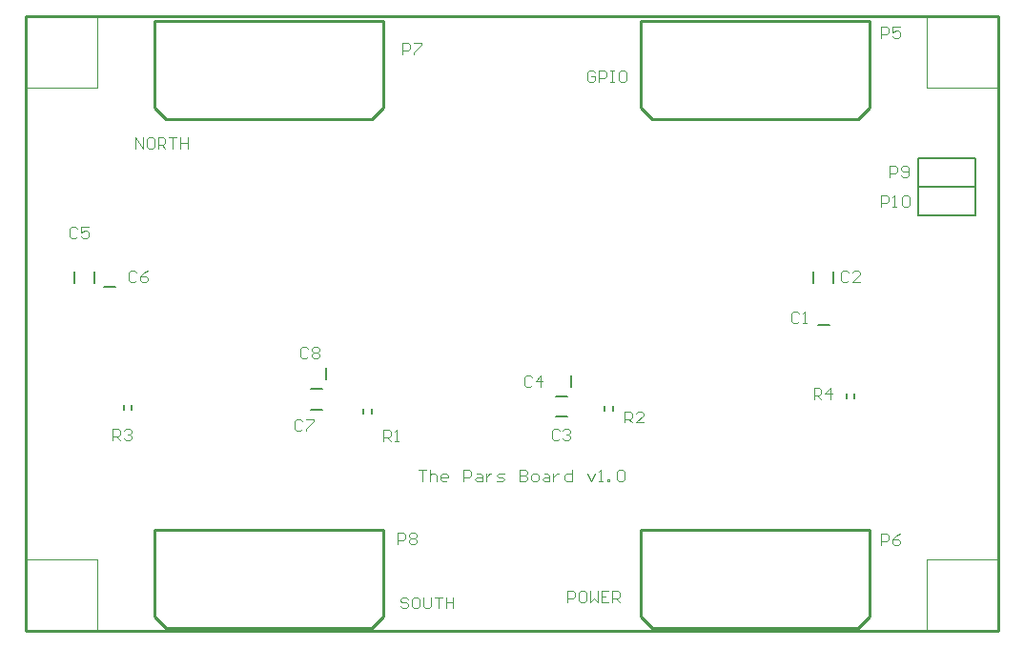
<source format=gto>
G04 Layer_Color=65535*
%FSLAX43Y43*%
%MOMM*%
G71*
G01*
G75*
%ADD10C,0.200*%
%ADD19C,0.100*%
%ADD20C,0.254*%
D10*
X30700Y19325D02*
Y19725D01*
X30000Y19325D02*
Y19725D01*
X79280Y39455D02*
X84360D01*
Y41995D01*
X79280D02*
X84360D01*
X79280Y39455D02*
Y41995D01*
X71700Y30950D02*
Y31950D01*
X69900Y30950D02*
Y31950D01*
X70350Y27225D02*
X71350D01*
X73550Y20725D02*
Y21125D01*
X72850Y20725D02*
Y21125D01*
X9375Y19700D02*
Y20100D01*
X8675Y19700D02*
Y20100D01*
X52125Y19575D02*
Y19975D01*
X51425Y19575D02*
Y19975D01*
X79280Y36905D02*
X84360D01*
Y39445D01*
X79280D02*
X84360D01*
X79280Y36905D02*
Y39445D01*
X26642Y22362D02*
Y23362D01*
X25350Y21500D02*
X26350D01*
X25350Y19700D02*
X26350D01*
X6925Y30575D02*
X7925D01*
X6113Y30917D02*
Y31917D01*
X4313Y30917D02*
Y31917D01*
X48425Y21700D02*
Y22700D01*
X47100Y20850D02*
X48100D01*
X47100Y19050D02*
X48100D01*
D19*
X9727Y42874D02*
Y43873D01*
X10393Y42874D01*
Y43873D01*
X11226D02*
X10893D01*
X10726Y43707D01*
Y43040D01*
X10893Y42874D01*
X11226D01*
X11393Y43040D01*
Y43707D01*
X11226Y43873D01*
X11726Y42874D02*
Y43873D01*
X12226D01*
X12392Y43707D01*
Y43373D01*
X12226Y43207D01*
X11726D01*
X12059D02*
X12392Y42874D01*
X12726Y43873D02*
X13392D01*
X13059D01*
Y42874D01*
X13725Y43873D02*
Y42874D01*
Y43373D01*
X14392D01*
Y43873D01*
Y42874D01*
X50525Y49625D02*
X50358Y49791D01*
X50025D01*
X49858Y49625D01*
Y48958D01*
X50025Y48792D01*
X50358D01*
X50525Y48958D01*
Y49291D01*
X50192D01*
X50858Y48792D02*
Y49791D01*
X51358D01*
X51524Y49625D01*
Y49291D01*
X51358Y49125D01*
X50858D01*
X51858Y49791D02*
X52191D01*
X52024D01*
Y48792D01*
X51858D01*
X52191D01*
X53191Y49791D02*
X52857D01*
X52691Y49625D01*
Y48958D01*
X52857Y48792D01*
X53191D01*
X53357Y48958D01*
Y49625D01*
X53191Y49791D01*
X48100Y2550D02*
Y3550D01*
X48600D01*
X48766Y3383D01*
Y3050D01*
X48600Y2883D01*
X48100D01*
X49600Y3550D02*
X49266D01*
X49100Y3383D01*
Y2717D01*
X49266Y2550D01*
X49600D01*
X49766Y2717D01*
Y3383D01*
X49600Y3550D01*
X50099D02*
Y2550D01*
X50433Y2883D01*
X50766Y2550D01*
Y3550D01*
X51765D02*
X51099D01*
Y2550D01*
X51765D01*
X51099Y3050D02*
X51432D01*
X52099Y2550D02*
Y3550D01*
X52599D01*
X52765Y3383D01*
Y3050D01*
X52599Y2883D01*
X52099D01*
X52432D02*
X52765Y2550D01*
X34850Y14300D02*
X35516D01*
X35183D01*
Y13300D01*
X35850Y14300D02*
Y13300D01*
Y13800D01*
X36016Y13966D01*
X36350D01*
X36516Y13800D01*
Y13300D01*
X37349D02*
X37016D01*
X36849Y13467D01*
Y13800D01*
X37016Y13966D01*
X37349D01*
X37516Y13800D01*
Y13633D01*
X36849D01*
X38849Y13300D02*
Y14300D01*
X39349D01*
X39515Y14133D01*
Y13800D01*
X39349Y13633D01*
X38849D01*
X40015Y13966D02*
X40348D01*
X40515Y13800D01*
Y13300D01*
X40015D01*
X39848Y13467D01*
X40015Y13633D01*
X40515D01*
X40848Y13966D02*
Y13300D01*
Y13633D01*
X41015Y13800D01*
X41181Y13966D01*
X41348D01*
X41848Y13300D02*
X42348D01*
X42514Y13467D01*
X42348Y13633D01*
X42014D01*
X41848Y13800D01*
X42014Y13966D01*
X42514D01*
X43847Y14300D02*
Y13300D01*
X44347D01*
X44514Y13467D01*
Y13633D01*
X44347Y13800D01*
X43847D01*
X44347D01*
X44514Y13966D01*
Y14133D01*
X44347Y14300D01*
X43847D01*
X45013Y13300D02*
X45347D01*
X45513Y13467D01*
Y13800D01*
X45347Y13966D01*
X45013D01*
X44847Y13800D01*
Y13467D01*
X45013Y13300D01*
X46013Y13966D02*
X46346D01*
X46513Y13800D01*
Y13300D01*
X46013D01*
X45846Y13467D01*
X46013Y13633D01*
X46513D01*
X46846Y13966D02*
Y13300D01*
Y13633D01*
X47013Y13800D01*
X47179Y13966D01*
X47346D01*
X48512Y14300D02*
Y13300D01*
X48012D01*
X47846Y13467D01*
Y13800D01*
X48012Y13966D01*
X48512D01*
X49845D02*
X50178Y13300D01*
X50512Y13966D01*
X50845Y13300D02*
X51178D01*
X51011D01*
Y14300D01*
X50845Y14133D01*
X51678Y13300D02*
Y13467D01*
X51845D01*
Y13300D01*
X51678D01*
X52511Y14133D02*
X52678Y14300D01*
X53011D01*
X53177Y14133D01*
Y13467D01*
X53011Y13300D01*
X52678D01*
X52511Y13467D01*
Y14133D01*
X31775Y16900D02*
Y17900D01*
X32275D01*
X32441Y17733D01*
Y17400D01*
X32275Y17233D01*
X31775D01*
X32108D02*
X32441Y16900D01*
X32775D02*
X33108D01*
X32941D01*
Y17900D01*
X32775Y17733D01*
X76725Y40350D02*
Y41350D01*
X77225D01*
X77391Y41183D01*
Y40850D01*
X77225Y40683D01*
X76725D01*
X77725Y40517D02*
X77891Y40350D01*
X78225D01*
X78391Y40517D01*
Y41183D01*
X78225Y41350D01*
X77891D01*
X77725Y41183D01*
Y41016D01*
X77891Y40850D01*
X78391D01*
X68641Y28233D02*
X68475Y28400D01*
X68142D01*
X67975Y28233D01*
Y27567D01*
X68142Y27400D01*
X68475D01*
X68641Y27567D01*
X68975Y27400D02*
X69308D01*
X69141D01*
Y28400D01*
X68975Y28233D01*
X73091Y31833D02*
X72925Y32000D01*
X72592D01*
X72425Y31833D01*
Y31167D01*
X72592Y31000D01*
X72925D01*
X73091Y31167D01*
X74091Y31000D02*
X73425D01*
X74091Y31666D01*
Y31833D01*
X73925Y32000D01*
X73591D01*
X73425Y31833D01*
X75975Y52700D02*
Y53700D01*
X76475D01*
X76641Y53533D01*
Y53200D01*
X76475Y53033D01*
X75975D01*
X77641Y53700D02*
X76975D01*
Y53200D01*
X77308Y53366D01*
X77475D01*
X77641Y53200D01*
Y52867D01*
X77475Y52700D01*
X77141D01*
X76975Y52867D01*
X69975Y20575D02*
Y21575D01*
X70475D01*
X70641Y21408D01*
Y21075D01*
X70475Y20908D01*
X69975D01*
X70308D02*
X70641Y20575D01*
X71475D02*
Y21575D01*
X70975Y21075D01*
X71641D01*
X7700Y16950D02*
Y17950D01*
X8200D01*
X8366Y17783D01*
Y17450D01*
X8200Y17283D01*
X7700D01*
X8033D02*
X8366Y16950D01*
X8700Y17783D02*
X8866Y17950D01*
X9200D01*
X9366Y17783D01*
Y17616D01*
X9200Y17450D01*
X9033D01*
X9200D01*
X9366Y17283D01*
Y17117D01*
X9200Y16950D01*
X8866D01*
X8700Y17117D01*
X53175Y18525D02*
Y19525D01*
X53675D01*
X53841Y19358D01*
Y19025D01*
X53675Y18858D01*
X53175D01*
X53508D02*
X53841Y18525D01*
X54841D02*
X54175D01*
X54841Y19191D01*
Y19358D01*
X54675Y19525D01*
X54341D01*
X54175Y19358D01*
X75975Y37700D02*
Y38700D01*
X76475D01*
X76641Y38533D01*
Y38200D01*
X76475Y38033D01*
X75975D01*
X76975Y37700D02*
X77308D01*
X77141D01*
Y38700D01*
X76975Y38533D01*
X77808D02*
X77974Y38700D01*
X78308D01*
X78474Y38533D01*
Y37867D01*
X78308Y37700D01*
X77974D01*
X77808Y37867D01*
Y38533D01*
X33050Y7725D02*
Y8725D01*
X33550D01*
X33716Y8558D01*
Y8225D01*
X33550Y8058D01*
X33050D01*
X34050Y8558D02*
X34216Y8725D01*
X34550D01*
X34716Y8558D01*
Y8391D01*
X34550Y8225D01*
X34716Y8058D01*
Y7892D01*
X34550Y7725D01*
X34216D01*
X34050Y7892D01*
Y8058D01*
X34216Y8225D01*
X34050Y8391D01*
Y8558D01*
X34216Y8225D02*
X34550D01*
X33450Y51225D02*
Y52225D01*
X33950D01*
X34116Y52058D01*
Y51725D01*
X33950Y51558D01*
X33450D01*
X34450Y52225D02*
X35116D01*
Y52058D01*
X34450Y51392D01*
Y51225D01*
X75950Y7625D02*
Y8625D01*
X76450D01*
X76616Y8458D01*
Y8125D01*
X76450Y7958D01*
X75950D01*
X77616Y8625D02*
X77283Y8458D01*
X76950Y8125D01*
Y7792D01*
X77116Y7625D01*
X77450D01*
X77616Y7792D01*
Y7958D01*
X77450Y8125D01*
X76950D01*
X25066Y25058D02*
X24900Y25225D01*
X24567D01*
X24400Y25058D01*
Y24392D01*
X24567Y24225D01*
X24900D01*
X25066Y24392D01*
X25400Y25058D02*
X25566Y25225D01*
X25900D01*
X26066Y25058D01*
Y24891D01*
X25900Y24725D01*
X26066Y24558D01*
Y24392D01*
X25900Y24225D01*
X25566D01*
X25400Y24392D01*
Y24558D01*
X25566Y24725D01*
X25400Y24891D01*
Y25058D01*
X25566Y24725D02*
X25900D01*
X24541Y18633D02*
X24375Y18800D01*
X24042D01*
X23875Y18633D01*
Y17967D01*
X24042Y17800D01*
X24375D01*
X24541Y17967D01*
X24875Y18800D02*
X25541D01*
Y18633D01*
X24875Y17967D01*
Y17800D01*
X9791Y31883D02*
X9625Y32050D01*
X9292D01*
X9125Y31883D01*
Y31217D01*
X9292Y31050D01*
X9625D01*
X9791Y31217D01*
X10791Y32050D02*
X10458Y31883D01*
X10125Y31550D01*
Y31217D01*
X10291Y31050D01*
X10625D01*
X10791Y31217D01*
Y31383D01*
X10625Y31550D01*
X10125D01*
X4541Y35758D02*
X4375Y35925D01*
X4042D01*
X3875Y35758D01*
Y35092D01*
X4042Y34925D01*
X4375D01*
X4541Y35092D01*
X5541Y35925D02*
X4875D01*
Y35425D01*
X5208Y35591D01*
X5375D01*
X5541Y35425D01*
Y35092D01*
X5375Y34925D01*
X5041D01*
X4875Y35092D01*
X44916Y22508D02*
X44750Y22675D01*
X44417D01*
X44250Y22508D01*
Y21842D01*
X44417Y21675D01*
X44750D01*
X44916Y21842D01*
X45750Y21675D02*
Y22675D01*
X45250Y22175D01*
X45916D01*
X47366Y17808D02*
X47200Y17975D01*
X46867D01*
X46700Y17808D01*
Y17142D01*
X46867Y16975D01*
X47200D01*
X47366Y17142D01*
X47700Y17808D02*
X47866Y17975D01*
X48200D01*
X48366Y17808D01*
Y17641D01*
X48200Y17475D01*
X48033D01*
X48200D01*
X48366Y17308D01*
Y17142D01*
X48200Y16975D01*
X47866D01*
X47700Y17142D01*
X33966Y2858D02*
X33800Y3025D01*
X33467D01*
X33300Y2858D01*
Y2691D01*
X33467Y2525D01*
X33800D01*
X33966Y2358D01*
Y2192D01*
X33800Y2025D01*
X33467D01*
X33300Y2192D01*
X34800Y3025D02*
X34466D01*
X34300Y2858D01*
Y2192D01*
X34466Y2025D01*
X34800D01*
X34966Y2192D01*
Y2858D01*
X34800Y3025D01*
X35299D02*
Y2192D01*
X35466Y2025D01*
X35799D01*
X35966Y2192D01*
Y3025D01*
X36299D02*
X36965D01*
X36632D01*
Y2025D01*
X37299Y3025D02*
Y2025D01*
Y2525D01*
X37965D01*
Y3025D01*
Y2025D01*
X80010Y48260D02*
X86360D01*
X80010D02*
Y54610D01*
Y0D02*
Y6350D01*
X86360D01*
X0Y48260D02*
X6350D01*
Y54610D01*
Y0D02*
Y6350D01*
X0D02*
X6350D01*
D20*
X73926Y45473D02*
X74942Y46489D01*
X55638Y45473D02*
X73926D01*
X54622Y46489D02*
Y54236D01*
Y46489D02*
X55638Y45473D01*
X74942Y46489D02*
Y54236D01*
X54622D02*
X74942D01*
X30722Y253D02*
X31738Y1269D01*
X12434Y253D02*
X30722D01*
X11418Y1269D02*
Y9016D01*
Y1269D02*
X12434Y253D01*
X31738Y1269D02*
Y9016D01*
X11418D02*
X31738D01*
X30722Y45473D02*
X31738Y46489D01*
X12434Y45473D02*
X30722D01*
X11418Y46489D02*
Y54236D01*
Y46489D02*
X12434Y45473D01*
X31738Y46489D02*
Y54236D01*
X11418D02*
X31738D01*
X73926Y253D02*
X74942Y1269D01*
X55638Y253D02*
X73926D01*
X54622Y1269D02*
Y9016D01*
Y1269D02*
X55638Y253D01*
X74942Y1269D02*
Y9016D01*
X54622D02*
X74942D01*
X0Y54610D02*
X86360D01*
Y0D02*
Y54610D01*
X0Y0D02*
X86360D01*
X0D02*
Y54610D01*
M02*

</source>
